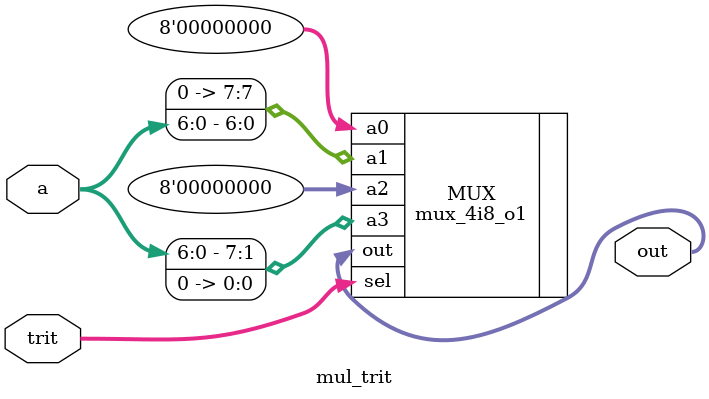
<source format=sv>
`include "ppa_sk.sv"
`include "mux.sv"

module trit5_to_bit8(rst, clk, a, out, count, x, z);
//transform a 5-trit to an 8-bit
//positive rst
//negtive clk
//use external count, positive clk
//after 4 periods, return the output
//rst must be positive at least only half a period to reset the instantiation
    input [9:0] a;
    input [1:0] count;
    input rst,clk;
    output [7:0] out, x, z;
    reg [6:0] _3_pow_1,  _3_pow_2, _3_pow_3, _3_pow_4;
    wire[7:0] x1, x2, x3, x4, x, z;
    reg[7:0] y0, y1, y2, y3, out;
    
    always @(posedge clk)
        if (rst) begin
            _3_pow_1 <= 3;
            _3_pow_2 <= 9; 
            _3_pow_3 <= 27; 
            _3_pow_4 <= 81;
        end
    always @(negedge clk)
        if (rst) begin
            y0 <= {a[1] & a[0], a[1] ^ a[0] };
            y1 <= x1;
            y2 <= x2;
            y3 <= x3;
            out <= x4;
        end
        else
            out <= z;
            
    ppa_sk_i8_o8 ADD ( .x1( x ), .x2( out ), .out( z ) );
    
    mux_4i8_o1 MUX ( .a3( y3 ), .a2( y2 ), .a1( y1 ), .a0( y0 ), .sel( count ), .out( x ) );
    
    mul_trit REG1 ( .trit( a[9:8] ), .a( _3_pow_4 ), .out( x4 ) );
    mul_trit REG2 ( .trit( a[7:6] ), .a( _3_pow_3 ), .out( x3 ) );
    mul_trit REG3 ( .trit( a[5:4] ), .a( _3_pow_2 ), .out( x2 ) );
    mul_trit REG4 ( .trit( a[3:2] ), .a( _3_pow_1 ), .out( x1 ) );
    
endmodule
        
module mul_trit (trit, a, out);
    input[6:0] a;
    input[1:0] trit;
    output[7:0] out;
    
    mux_4i8_o1 MUX ( .a3( {a,1'b0} ), .a2( 8'b0 ), .a1( {1'b0,a} ), .a0( 8'b0 ), .sel( trit ), .out( out ) );
    
endmodule
</source>
